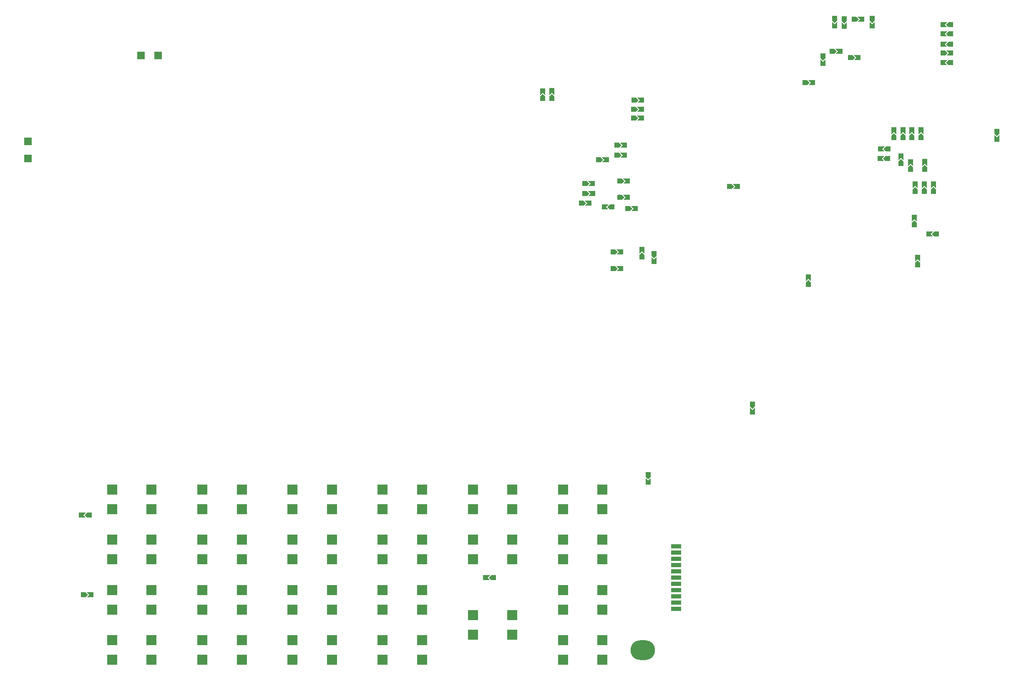
<source format=gtp>
G04*
G04 #@! TF.GenerationSoftware,Altium Limited,Altium Designer,20.1.8 (145)*
G04*
G04 Layer_Color=8421504*
%FSAX24Y24*%
%MOIN*%
G70*
G04*
G04 #@! TF.SameCoordinates,7D9F505B-2EBF-4E8E-82AC-92A1240CC430*
G04*
G04*
G04 #@! TF.FilePolarity,Positive*
G04*
G01*
G75*
%ADD21R,0.0320X0.0400*%
%ADD22R,0.0400X0.0320*%
%ADD23R,0.0600X0.0600*%
%ADD24R,0.0787X0.0320*%
%ADD25O,0.1969X0.1575*%
%ADD26R,0.0600X0.0600*%
%ADD27R,0.0787X0.0787*%
G36*
X077188Y065174D02*
Y064974D01*
X076888D01*
X077088Y065174D01*
X076888Y065374D01*
X077188D01*
Y065174D01*
D02*
G37*
G36*
X076988D02*
X076788Y064974D01*
X076688D01*
Y065374D01*
X076788D01*
X076988Y065174D01*
D02*
G37*
G36*
X078249Y065060D02*
X078049Y064860D01*
X077849Y065060D01*
Y065160D01*
X078249D01*
Y065060D01*
D02*
G37*
G36*
X075278Y065053D02*
X075078Y064853D01*
X074878Y065053D01*
Y065153D01*
X075278D01*
Y065053D01*
D02*
G37*
G36*
X076027Y065039D02*
X075827Y064839D01*
X075627Y065039D01*
Y065139D01*
X076027D01*
Y065039D01*
D02*
G37*
G36*
X078249Y064660D02*
X077849D01*
Y064960D01*
X078049Y064760D01*
X078249Y064960D01*
Y064660D01*
D02*
G37*
G36*
X075278Y064653D02*
X074878D01*
Y064953D01*
X075078Y064753D01*
X075278Y064953D01*
Y064653D01*
D02*
G37*
G36*
X076027Y064639D02*
X075627D01*
Y064939D01*
X075827Y064739D01*
X076027Y064939D01*
Y064639D01*
D02*
G37*
G36*
X084261Y064544D02*
X084161D01*
X083961Y064744D01*
X084161Y064944D01*
X084261D01*
Y064544D01*
D02*
G37*
G36*
X083861Y064744D02*
X084061Y064544D01*
X083761D01*
Y064744D01*
Y064944D01*
X084061D01*
X083861Y064744D01*
D02*
G37*
G36*
X084261Y063808D02*
X084161D01*
X083961Y064008D01*
X084161Y064208D01*
X084261D01*
Y063808D01*
D02*
G37*
G36*
X083861Y064008D02*
X084061Y063808D01*
X083761D01*
Y064008D01*
Y064208D01*
X084061D01*
X083861Y064008D01*
D02*
G37*
G36*
X084261Y062973D02*
X084161D01*
X083961Y063173D01*
X084161Y063373D01*
X084261D01*
Y062973D01*
D02*
G37*
G36*
X083861Y063173D02*
X084061Y062973D01*
X083761D01*
Y063173D01*
Y063373D01*
X084061D01*
X083861Y063173D01*
D02*
G37*
G36*
X075441Y062585D02*
Y062385D01*
X075141D01*
X075341Y062585D01*
X075141Y062785D01*
X075441D01*
Y062585D01*
D02*
G37*
G36*
X075241D02*
X075041Y062385D01*
X074941D01*
Y062785D01*
X075041D01*
X075241Y062585D01*
D02*
G37*
G36*
X084286Y062453D02*
Y062253D01*
X083986D01*
X084186Y062453D01*
X083986Y062653D01*
X084286D01*
Y062453D01*
D02*
G37*
G36*
X084086D02*
X083886Y062253D01*
X083786D01*
Y062653D01*
X083886D01*
X084086Y062453D01*
D02*
G37*
G36*
X076892Y062104D02*
Y061904D01*
X076592D01*
X076792Y062104D01*
X076592Y062304D01*
X076892D01*
Y062104D01*
D02*
G37*
G36*
X076692D02*
X076492Y061904D01*
X076392D01*
Y062304D01*
X076492D01*
X076692Y062104D01*
D02*
G37*
G36*
X074314Y062069D02*
X074114Y061869D01*
X073914Y062069D01*
Y062169D01*
X074314D01*
Y062069D01*
D02*
G37*
G36*
Y061669D02*
X073914D01*
Y061969D01*
X074114Y061769D01*
X074314Y061969D01*
Y061669D01*
D02*
G37*
G36*
X084261Y061496D02*
X084161D01*
X083961Y061696D01*
X084161Y061896D01*
X084261D01*
Y061496D01*
D02*
G37*
G36*
X083861Y061696D02*
X084061Y061496D01*
X083761D01*
Y061696D01*
Y061896D01*
X084061D01*
X083861Y061696D01*
D02*
G37*
G36*
X073254Y060104D02*
Y059904D01*
X072954D01*
X073154Y060104D01*
X072954Y060304D01*
X073254D01*
Y060104D01*
D02*
G37*
G36*
X073054D02*
X072854Y059904D01*
X072754D01*
Y060304D01*
X072854D01*
X073054Y060104D01*
D02*
G37*
G36*
X052661Y059106D02*
X052461Y059306D01*
X052261Y059106D01*
Y059406D01*
X052661D01*
Y059106D01*
D02*
G37*
G36*
X051939Y059096D02*
X051739Y059296D01*
X051539Y059096D01*
Y059396D01*
X051939D01*
Y059096D01*
D02*
G37*
G36*
X052661Y059006D02*
Y058906D01*
X052261D01*
Y059006D01*
X052461Y059206D01*
X052661Y059006D01*
D02*
G37*
G36*
X051939Y058996D02*
Y058896D01*
X051539D01*
Y058996D01*
X051739Y059196D01*
X051939Y058996D01*
D02*
G37*
G36*
X059586Y058698D02*
Y058498D01*
X059286D01*
X059486Y058698D01*
X059286Y058898D01*
X059586D01*
Y058698D01*
D02*
G37*
G36*
X059386D02*
X059186Y058498D01*
X059086D01*
Y058898D01*
X059186D01*
X059386Y058698D01*
D02*
G37*
G36*
X059575Y057968D02*
Y057768D01*
X059275D01*
X059475Y057968D01*
X059275Y058168D01*
X059575D01*
Y057968D01*
D02*
G37*
G36*
X059375D02*
X059175Y057768D01*
X059075D01*
Y058168D01*
X059175D01*
X059375Y057968D01*
D02*
G37*
G36*
X059575Y057250D02*
Y057050D01*
X059275D01*
X059475Y057250D01*
X059275Y057450D01*
X059575D01*
Y057250D01*
D02*
G37*
G36*
X059375D02*
X059175Y057050D01*
X059075D01*
Y057450D01*
X059175D01*
X059375Y057250D01*
D02*
G37*
G36*
X082151Y055976D02*
X081951Y056176D01*
X081751Y055976D01*
Y056276D01*
X082151D01*
Y055976D01*
D02*
G37*
G36*
X080718Y055976D02*
X080518Y056176D01*
X080318Y055976D01*
Y056276D01*
X080718D01*
Y055976D01*
D02*
G37*
G36*
X080005D02*
X079805Y056176D01*
X079605Y055976D01*
Y056276D01*
X080005D01*
Y055976D01*
D02*
G37*
G36*
X081439Y055970D02*
X081239Y056170D01*
X081039Y055970D01*
Y056270D01*
X081439D01*
Y055970D01*
D02*
G37*
G36*
X088239Y056013D02*
X088039Y055813D01*
X087839Y056013D01*
Y056113D01*
X088239D01*
Y056013D01*
D02*
G37*
G36*
X082151Y055876D02*
Y055776D01*
X081751D01*
Y055876D01*
X081951Y056076D01*
X082151Y055876D01*
D02*
G37*
G36*
X080718Y055876D02*
Y055776D01*
X080318D01*
Y055876D01*
X080518Y056076D01*
X080718Y055876D01*
D02*
G37*
G36*
X080005D02*
Y055776D01*
X079605D01*
Y055876D01*
X079805Y056076D01*
X080005Y055876D01*
D02*
G37*
G36*
X081439Y055870D02*
Y055770D01*
X081039D01*
Y055870D01*
X081239Y056070D01*
X081439Y055870D01*
D02*
G37*
G36*
X088239Y055613D02*
X087839D01*
Y055913D01*
X088039Y055713D01*
X088239Y055913D01*
Y055613D01*
D02*
G37*
G36*
X058235Y055098D02*
Y054898D01*
X057935D01*
X058135Y055098D01*
X057935Y055298D01*
X058235D01*
Y055098D01*
D02*
G37*
G36*
X058035D02*
X057835Y054898D01*
X057735D01*
Y055298D01*
X057835D01*
X058035Y055098D01*
D02*
G37*
G36*
X079256Y054591D02*
X079156D01*
X078956Y054791D01*
X079156Y054991D01*
X079256D01*
Y054591D01*
D02*
G37*
G36*
X078856Y054791D02*
X079056Y054591D01*
X078756D01*
Y054791D01*
Y054991D01*
X079056D01*
X078856Y054791D01*
D02*
G37*
G36*
X058225Y054297D02*
Y054097D01*
X057925D01*
X058125Y054297D01*
X057925Y054497D01*
X058225D01*
Y054297D01*
D02*
G37*
G36*
X058025D02*
X057825Y054097D01*
X057725D01*
Y054497D01*
X057825D01*
X058025Y054297D01*
D02*
G37*
G36*
X080575Y053878D02*
X080375Y054078D01*
X080175Y053878D01*
Y054178D01*
X080575D01*
Y053878D01*
D02*
G37*
G36*
X079230Y053816D02*
X079130D01*
X078930Y054016D01*
X079130Y054216D01*
X079230D01*
Y053816D01*
D02*
G37*
G36*
X078830Y054016D02*
X079030Y053816D01*
X078730D01*
Y054016D01*
Y054216D01*
X079030D01*
X078830Y054016D01*
D02*
G37*
G36*
X056775Y053916D02*
Y053716D01*
X056475D01*
X056675Y053916D01*
X056475Y054116D01*
X056775D01*
Y053916D01*
D02*
G37*
G36*
X056575D02*
X056375Y053716D01*
X056275D01*
Y054116D01*
X056375D01*
X056575Y053916D01*
D02*
G37*
G36*
X080575Y053778D02*
Y053678D01*
X080175D01*
Y053778D01*
X080375Y053978D01*
X080575Y053778D01*
D02*
G37*
G36*
X082478Y053436D02*
X082278Y053636D01*
X082078Y053436D01*
Y053736D01*
X082478D01*
Y053436D01*
D02*
G37*
G36*
X081322Y053416D02*
X081122Y053616D01*
X080922Y053416D01*
Y053716D01*
X081322D01*
Y053416D01*
D02*
G37*
G36*
X082478Y053336D02*
Y053236D01*
X082078D01*
Y053336D01*
X082278Y053536D01*
X082478Y053336D01*
D02*
G37*
G36*
X081322Y053316D02*
Y053216D01*
X080922D01*
Y053316D01*
X081122Y053516D01*
X081322Y053316D01*
D02*
G37*
G36*
X058451Y052241D02*
Y052041D01*
X058151D01*
X058351Y052241D01*
X058151Y052441D01*
X058451D01*
Y052241D01*
D02*
G37*
G36*
X058251D02*
X058051Y052041D01*
X057951D01*
Y052441D01*
X058051D01*
X058251Y052241D01*
D02*
G37*
G36*
X055669Y052037D02*
Y051837D01*
X055369D01*
X055569Y052037D01*
X055369Y052237D01*
X055669D01*
Y052037D01*
D02*
G37*
G36*
X055469D02*
X055269Y051837D01*
X055169D01*
Y052237D01*
X055269D01*
X055469Y052037D01*
D02*
G37*
G36*
X083149Y051666D02*
X082949Y051866D01*
X082749Y051666D01*
Y051966D01*
X083149D01*
Y051666D01*
D02*
G37*
G36*
X082428D02*
X082228Y051866D01*
X082028Y051666D01*
Y051966D01*
X082428D01*
Y051666D01*
D02*
G37*
G36*
X081679D02*
X081479Y051866D01*
X081279Y051666D01*
Y051966D01*
X081679D01*
Y051666D01*
D02*
G37*
G36*
X067241Y051797D02*
Y051597D01*
X066941D01*
X067141Y051797D01*
X066941Y051997D01*
X067241D01*
Y051797D01*
D02*
G37*
G36*
X067041D02*
X066841Y051597D01*
X066741D01*
Y051997D01*
X066841D01*
X067041Y051797D01*
D02*
G37*
G36*
X083149Y051566D02*
Y051466D01*
X082749D01*
Y051566D01*
X082949Y051766D01*
X083149Y051566D01*
D02*
G37*
G36*
X082428D02*
Y051466D01*
X082028D01*
Y051566D01*
X082228Y051766D01*
X082428Y051566D01*
D02*
G37*
G36*
X081679D02*
Y051466D01*
X081279D01*
Y051566D01*
X081479Y051766D01*
X081679Y051566D01*
D02*
G37*
G36*
X055673Y051240D02*
Y051040D01*
X055373D01*
X055573Y051240D01*
X055373Y051440D01*
X055673D01*
Y051240D01*
D02*
G37*
G36*
X055473D02*
X055273Y051040D01*
X055173D01*
Y051440D01*
X055273D01*
X055473Y051240D01*
D02*
G37*
G36*
X058451Y050919D02*
Y050719D01*
X058151D01*
X058351Y050919D01*
X058151Y051119D01*
X058451D01*
Y050919D01*
D02*
G37*
G36*
X058251D02*
X058051Y050719D01*
X057951D01*
Y051119D01*
X058051D01*
X058251Y050919D01*
D02*
G37*
G36*
X055398Y050472D02*
Y050272D01*
X055098D01*
X055298Y050472D01*
X055098Y050672D01*
X055398D01*
Y050472D01*
D02*
G37*
G36*
X055198D02*
X054998Y050272D01*
X054898D01*
Y050672D01*
X054998D01*
X055198Y050472D01*
D02*
G37*
G36*
X057189Y049967D02*
X057089D01*
X056889Y050167D01*
X057089Y050367D01*
X057189D01*
Y049967D01*
D02*
G37*
G36*
X056789Y050167D02*
X056989Y049967D01*
X056689D01*
Y050167D01*
Y050367D01*
X056989D01*
X056789Y050167D01*
D02*
G37*
G36*
X059079Y050020D02*
Y049820D01*
X058779D01*
X058979Y050020D01*
X058779Y050220D01*
X059079D01*
Y050020D01*
D02*
G37*
G36*
X058879D02*
X058679Y049820D01*
X058579D01*
Y050220D01*
X058679D01*
X058879Y050020D01*
D02*
G37*
G36*
X081616Y048998D02*
X081416Y049198D01*
X081216Y048998D01*
Y049298D01*
X081616D01*
Y048998D01*
D02*
G37*
G36*
Y048898D02*
Y048798D01*
X081216D01*
Y048898D01*
X081416Y049098D01*
X081616Y048898D01*
D02*
G37*
G36*
X083140Y047802D02*
X083041D01*
X082840Y048002D01*
X083041Y048202D01*
X083140D01*
Y047802D01*
D02*
G37*
G36*
X082740Y048002D02*
X082941Y047802D01*
X082640D01*
Y048002D01*
Y048202D01*
X082941D01*
X082740Y048002D01*
D02*
G37*
G36*
X059875Y046418D02*
X059675Y046618D01*
X059475Y046418D01*
Y046718D01*
X059875D01*
Y046418D01*
D02*
G37*
G36*
X057930Y046555D02*
Y046355D01*
X057630D01*
X057830Y046555D01*
X057630Y046755D01*
X057930D01*
Y046555D01*
D02*
G37*
G36*
X057730D02*
X057530Y046355D01*
X057430D01*
Y046755D01*
X057530D01*
X057730Y046555D01*
D02*
G37*
G36*
X059875Y046318D02*
Y046218D01*
X059475D01*
Y046318D01*
X059675Y046518D01*
X059875Y046318D01*
D02*
G37*
G36*
X060814Y046249D02*
X060614Y046049D01*
X060414Y046249D01*
Y046349D01*
X060814D01*
Y046249D01*
D02*
G37*
G36*
Y045849D02*
X060414D01*
Y046149D01*
X060614Y045949D01*
X060814Y046149D01*
Y045849D01*
D02*
G37*
G36*
X081902Y045792D02*
X081702Y045992D01*
X081502Y045792D01*
Y046092D01*
X081902D01*
Y045792D01*
D02*
G37*
G36*
Y045692D02*
Y045592D01*
X081502D01*
Y045692D01*
X081702Y045892D01*
X081902Y045692D01*
D02*
G37*
G36*
X057917Y045238D02*
Y045038D01*
X057617D01*
X057817Y045238D01*
X057617Y045438D01*
X057917D01*
Y045238D01*
D02*
G37*
G36*
X057717D02*
X057517Y045038D01*
X057417D01*
Y045438D01*
X057517D01*
X057717Y045238D01*
D02*
G37*
G36*
X073172Y044224D02*
X072972Y044424D01*
X072772Y044224D01*
Y044524D01*
X073172D01*
Y044224D01*
D02*
G37*
G36*
Y044124D02*
Y044024D01*
X072772D01*
Y044124D01*
X072972Y044324D01*
X073172Y044124D01*
D02*
G37*
G36*
X068694Y034214D02*
X068494Y034014D01*
X068294Y034214D01*
Y034314D01*
X068694D01*
Y034214D01*
D02*
G37*
G36*
Y033814D02*
X068294D01*
Y034114D01*
X068494Y033914D01*
X068694Y034114D01*
Y033814D01*
D02*
G37*
G36*
X060348Y028589D02*
X060148Y028389D01*
X059948Y028589D01*
Y028689D01*
X060348D01*
Y028589D01*
D02*
G37*
G36*
Y028189D02*
X059948D01*
Y028489D01*
X060148Y028289D01*
X060348Y028489D01*
Y028189D01*
D02*
G37*
G36*
X015419Y025340D02*
X015319D01*
X015119Y025540D01*
X015319Y025740D01*
X015419D01*
Y025340D01*
D02*
G37*
G36*
X015019Y025540D02*
X015219Y025340D01*
X014919D01*
Y025540D01*
Y025740D01*
X015219D01*
X015019Y025540D01*
D02*
G37*
G36*
X047718Y020322D02*
X047618D01*
X047418Y020522D01*
X047618Y020722D01*
X047718D01*
Y020322D01*
D02*
G37*
G36*
X047318Y020522D02*
X047518Y020322D01*
X047218D01*
Y020522D01*
Y020722D01*
X047518D01*
X047318Y020522D01*
D02*
G37*
G36*
X015600Y019151D02*
Y018951D01*
X015300D01*
X015500Y019151D01*
X015300Y019351D01*
X015600D01*
Y019151D01*
D02*
G37*
G36*
X015400D02*
X015200Y018951D01*
X015100D01*
Y019351D01*
X015200D01*
X015400Y019151D01*
D02*
G37*
D21*
X015519Y025540D02*
D03*
X014844D02*
D03*
X075516Y062585D02*
D03*
X074841D02*
D03*
X047818Y020522D02*
D03*
X047143D02*
D03*
X058975Y057968D02*
D03*
X059650D02*
D03*
Y057250D02*
D03*
X058975D02*
D03*
X082565Y048002D02*
D03*
X083240D02*
D03*
X078681Y054791D02*
D03*
X079356D02*
D03*
X072654Y060104D02*
D03*
X073329D02*
D03*
X079330Y054016D02*
D03*
X078655D02*
D03*
X066641Y051797D02*
D03*
X067316D02*
D03*
X077263Y065174D02*
D03*
X076588D02*
D03*
X057330Y046555D02*
D03*
X058005D02*
D03*
X057289Y050167D02*
D03*
X056614D02*
D03*
X059154Y050020D02*
D03*
X058479D02*
D03*
X057851Y050919D02*
D03*
X058526D02*
D03*
X055744Y052037D02*
D03*
X055069D02*
D03*
X057851Y052241D02*
D03*
X058526D02*
D03*
X057992Y045238D02*
D03*
X057317D02*
D03*
X054798Y050472D02*
D03*
X055473D02*
D03*
X055748Y051240D02*
D03*
X055073D02*
D03*
X058986Y058698D02*
D03*
X059661D02*
D03*
X076292Y062104D02*
D03*
X076967D02*
D03*
X058300Y054297D02*
D03*
X057625D02*
D03*
X056175Y053916D02*
D03*
X056850D02*
D03*
X058310Y055098D02*
D03*
X057635D02*
D03*
X015000Y019151D02*
D03*
X015675D02*
D03*
X083686Y064008D02*
D03*
X084361D02*
D03*
X083686Y061696D02*
D03*
X084361D02*
D03*
X083686Y063173D02*
D03*
X084361D02*
D03*
X084361Y062453D02*
D03*
X083686D02*
D03*
X083686Y064744D02*
D03*
X084361D02*
D03*
D22*
X081416Y049373D02*
D03*
Y048698D02*
D03*
X081122Y053116D02*
D03*
Y053791D02*
D03*
X081951Y055676D02*
D03*
Y056351D02*
D03*
X075078Y065253D02*
D03*
Y064578D02*
D03*
X074114Y061594D02*
D03*
Y062269D02*
D03*
X079805Y056351D02*
D03*
Y055676D02*
D03*
X080518Y056351D02*
D03*
Y055676D02*
D03*
X060614Y045774D02*
D03*
Y046449D02*
D03*
X081702Y045492D02*
D03*
Y046167D02*
D03*
X088039Y055538D02*
D03*
Y056213D02*
D03*
X081479Y051366D02*
D03*
Y052041D02*
D03*
X075827Y065239D02*
D03*
Y064564D02*
D03*
X078049Y064585D02*
D03*
Y065260D02*
D03*
X072972Y043924D02*
D03*
Y044599D02*
D03*
X059675Y046793D02*
D03*
Y046118D02*
D03*
X082278Y053811D02*
D03*
Y053136D02*
D03*
X060148Y028789D02*
D03*
Y028114D02*
D03*
X080375Y054253D02*
D03*
Y053578D02*
D03*
X082949Y051366D02*
D03*
Y052041D02*
D03*
X082228D02*
D03*
Y051366D02*
D03*
X052461Y059481D02*
D03*
Y058806D02*
D03*
X051739Y058796D02*
D03*
Y059471D02*
D03*
X068494Y034414D02*
D03*
Y033739D02*
D03*
X081239Y056345D02*
D03*
Y055670D02*
D03*
D23*
X010610Y055385D02*
D03*
Y054035D02*
D03*
D24*
X062382Y018032D02*
D03*
Y018532D02*
D03*
Y019031D02*
D03*
Y019532D02*
D03*
Y020031D02*
D03*
Y020531D02*
D03*
Y021031D02*
D03*
Y021532D02*
D03*
Y022032D02*
D03*
Y022531D02*
D03*
Y023031D02*
D03*
D25*
X059716Y014736D02*
D03*
D26*
X020984Y062264D02*
D03*
X019634D02*
D03*
D27*
X020476Y025994D02*
D03*
Y027569D02*
D03*
X017327Y025994D02*
D03*
Y027569D02*
D03*
X020476Y021980D02*
D03*
Y023555D02*
D03*
X017327Y021980D02*
D03*
Y023555D02*
D03*
X020476Y017961D02*
D03*
Y019535D02*
D03*
X017327Y017961D02*
D03*
Y019535D02*
D03*
X020476Y013951D02*
D03*
Y015526D02*
D03*
X017327Y013951D02*
D03*
Y015526D02*
D03*
X027683Y025994D02*
D03*
Y027569D02*
D03*
X024533Y025994D02*
D03*
Y027569D02*
D03*
X027683Y021980D02*
D03*
Y023555D02*
D03*
X024533Y021980D02*
D03*
Y023555D02*
D03*
X027683Y017961D02*
D03*
Y019535D02*
D03*
X024533Y017961D02*
D03*
Y019535D02*
D03*
X027683Y013951D02*
D03*
Y015526D02*
D03*
X024533Y013951D02*
D03*
Y015526D02*
D03*
X034888Y025994D02*
D03*
Y027569D02*
D03*
X031738Y025994D02*
D03*
Y027569D02*
D03*
X042093Y025994D02*
D03*
Y027569D02*
D03*
X038943Y025994D02*
D03*
Y027569D02*
D03*
X049297Y025994D02*
D03*
Y027569D02*
D03*
X046148Y025994D02*
D03*
Y027569D02*
D03*
X056502Y025994D02*
D03*
Y027569D02*
D03*
X053352Y025994D02*
D03*
Y027569D02*
D03*
X034888Y021980D02*
D03*
Y023555D02*
D03*
X031738Y021980D02*
D03*
Y023555D02*
D03*
X042093Y021980D02*
D03*
Y023555D02*
D03*
X038943Y021980D02*
D03*
Y023555D02*
D03*
X049297Y021980D02*
D03*
Y023555D02*
D03*
X046148Y021980D02*
D03*
Y023555D02*
D03*
X056502Y021980D02*
D03*
Y023555D02*
D03*
X053352Y021980D02*
D03*
Y023555D02*
D03*
X034888Y017961D02*
D03*
Y019535D02*
D03*
X031738Y017961D02*
D03*
Y019535D02*
D03*
X042093Y017961D02*
D03*
Y019535D02*
D03*
X038943Y017961D02*
D03*
Y019535D02*
D03*
X049297Y015945D02*
D03*
Y017520D02*
D03*
X046148Y015945D02*
D03*
Y017520D02*
D03*
X056502Y017961D02*
D03*
Y019535D02*
D03*
X053352Y017961D02*
D03*
Y019535D02*
D03*
X034888Y013951D02*
D03*
Y015526D02*
D03*
X031738Y013951D02*
D03*
Y015526D02*
D03*
X042093Y013951D02*
D03*
Y015526D02*
D03*
X038943Y013951D02*
D03*
Y015526D02*
D03*
X056502Y013951D02*
D03*
Y015526D02*
D03*
X053352Y013951D02*
D03*
Y015526D02*
D03*
M02*

</source>
